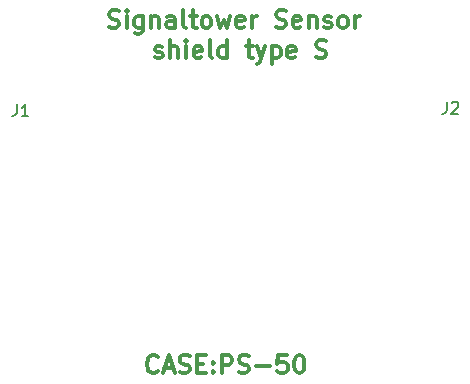
<source format=gbr>
G04 #@! TF.GenerationSoftware,KiCad,Pcbnew,(5.1.5)-3*
G04 #@! TF.CreationDate,2020-01-17T18:23:17+09:00*
G04 #@! TF.ProjectId,sig_sensor,7369675f-7365-46e7-936f-722e6b696361,rev?*
G04 #@! TF.SameCoordinates,Original*
G04 #@! TF.FileFunction,Legend,Top*
G04 #@! TF.FilePolarity,Positive*
%FSLAX46Y46*%
G04 Gerber Fmt 4.6, Leading zero omitted, Abs format (unit mm)*
G04 Created by KiCad (PCBNEW (5.1.5)-3) date 2020-01-17 18:23:17*
%MOMM*%
%LPD*%
G04 APERTURE LIST*
%ADD10C,0.300000*%
%ADD11C,0.150000*%
G04 APERTURE END LIST*
D10*
X147412000Y-98071714D02*
X147340571Y-98143142D01*
X147126285Y-98214571D01*
X146983428Y-98214571D01*
X146769142Y-98143142D01*
X146626285Y-98000285D01*
X146554857Y-97857428D01*
X146483428Y-97571714D01*
X146483428Y-97357428D01*
X146554857Y-97071714D01*
X146626285Y-96928857D01*
X146769142Y-96786000D01*
X146983428Y-96714571D01*
X147126285Y-96714571D01*
X147340571Y-96786000D01*
X147412000Y-96857428D01*
X147983428Y-97786000D02*
X148697714Y-97786000D01*
X147840571Y-98214571D02*
X148340571Y-96714571D01*
X148840571Y-98214571D01*
X149269142Y-98143142D02*
X149483428Y-98214571D01*
X149840571Y-98214571D01*
X149983428Y-98143142D01*
X150054857Y-98071714D01*
X150126285Y-97928857D01*
X150126285Y-97786000D01*
X150054857Y-97643142D01*
X149983428Y-97571714D01*
X149840571Y-97500285D01*
X149554857Y-97428857D01*
X149412000Y-97357428D01*
X149340571Y-97286000D01*
X149269142Y-97143142D01*
X149269142Y-97000285D01*
X149340571Y-96857428D01*
X149412000Y-96786000D01*
X149554857Y-96714571D01*
X149912000Y-96714571D01*
X150126285Y-96786000D01*
X150769142Y-97428857D02*
X151269142Y-97428857D01*
X151483428Y-98214571D02*
X150769142Y-98214571D01*
X150769142Y-96714571D01*
X151483428Y-96714571D01*
X152126285Y-98071714D02*
X152197714Y-98143142D01*
X152126285Y-98214571D01*
X152054857Y-98143142D01*
X152126285Y-98071714D01*
X152126285Y-98214571D01*
X152126285Y-97286000D02*
X152197714Y-97357428D01*
X152126285Y-97428857D01*
X152054857Y-97357428D01*
X152126285Y-97286000D01*
X152126285Y-97428857D01*
X152840571Y-98214571D02*
X152840571Y-96714571D01*
X153412000Y-96714571D01*
X153554857Y-96786000D01*
X153626285Y-96857428D01*
X153697714Y-97000285D01*
X153697714Y-97214571D01*
X153626285Y-97357428D01*
X153554857Y-97428857D01*
X153412000Y-97500285D01*
X152840571Y-97500285D01*
X154269142Y-98143142D02*
X154483428Y-98214571D01*
X154840571Y-98214571D01*
X154983428Y-98143142D01*
X155054857Y-98071714D01*
X155126285Y-97928857D01*
X155126285Y-97786000D01*
X155054857Y-97643142D01*
X154983428Y-97571714D01*
X154840571Y-97500285D01*
X154554857Y-97428857D01*
X154412000Y-97357428D01*
X154340571Y-97286000D01*
X154269142Y-97143142D01*
X154269142Y-97000285D01*
X154340571Y-96857428D01*
X154412000Y-96786000D01*
X154554857Y-96714571D01*
X154912000Y-96714571D01*
X155126285Y-96786000D01*
X155769142Y-97643142D02*
X156912000Y-97643142D01*
X158340571Y-96714571D02*
X157626285Y-96714571D01*
X157554857Y-97428857D01*
X157626285Y-97357428D01*
X157769142Y-97286000D01*
X158126285Y-97286000D01*
X158269142Y-97357428D01*
X158340571Y-97428857D01*
X158412000Y-97571714D01*
X158412000Y-97928857D01*
X158340571Y-98071714D01*
X158269142Y-98143142D01*
X158126285Y-98214571D01*
X157769142Y-98214571D01*
X157626285Y-98143142D01*
X157554857Y-98071714D01*
X159340571Y-96714571D02*
X159483428Y-96714571D01*
X159626285Y-96786000D01*
X159697714Y-96857428D01*
X159769142Y-97000285D01*
X159840571Y-97286000D01*
X159840571Y-97643142D01*
X159769142Y-97928857D01*
X159697714Y-98071714D01*
X159626285Y-98143142D01*
X159483428Y-98214571D01*
X159340571Y-98214571D01*
X159197714Y-98143142D01*
X159126285Y-98071714D01*
X159054857Y-97928857D01*
X158983428Y-97643142D01*
X158983428Y-97286000D01*
X159054857Y-97000285D01*
X159126285Y-96857428D01*
X159197714Y-96786000D01*
X159340571Y-96714571D01*
X143289142Y-68928142D02*
X143503428Y-68999571D01*
X143860571Y-68999571D01*
X144003428Y-68928142D01*
X144074857Y-68856714D01*
X144146285Y-68713857D01*
X144146285Y-68571000D01*
X144074857Y-68428142D01*
X144003428Y-68356714D01*
X143860571Y-68285285D01*
X143574857Y-68213857D01*
X143432000Y-68142428D01*
X143360571Y-68071000D01*
X143289142Y-67928142D01*
X143289142Y-67785285D01*
X143360571Y-67642428D01*
X143432000Y-67571000D01*
X143574857Y-67499571D01*
X143932000Y-67499571D01*
X144146285Y-67571000D01*
X144789142Y-68999571D02*
X144789142Y-67999571D01*
X144789142Y-67499571D02*
X144717714Y-67571000D01*
X144789142Y-67642428D01*
X144860571Y-67571000D01*
X144789142Y-67499571D01*
X144789142Y-67642428D01*
X146146285Y-67999571D02*
X146146285Y-69213857D01*
X146074857Y-69356714D01*
X146003428Y-69428142D01*
X145860571Y-69499571D01*
X145646285Y-69499571D01*
X145503428Y-69428142D01*
X146146285Y-68928142D02*
X146003428Y-68999571D01*
X145717714Y-68999571D01*
X145574857Y-68928142D01*
X145503428Y-68856714D01*
X145432000Y-68713857D01*
X145432000Y-68285285D01*
X145503428Y-68142428D01*
X145574857Y-68071000D01*
X145717714Y-67999571D01*
X146003428Y-67999571D01*
X146146285Y-68071000D01*
X146860571Y-67999571D02*
X146860571Y-68999571D01*
X146860571Y-68142428D02*
X146932000Y-68071000D01*
X147074857Y-67999571D01*
X147289142Y-67999571D01*
X147432000Y-68071000D01*
X147503428Y-68213857D01*
X147503428Y-68999571D01*
X148860571Y-68999571D02*
X148860571Y-68213857D01*
X148789142Y-68071000D01*
X148646285Y-67999571D01*
X148360571Y-67999571D01*
X148217714Y-68071000D01*
X148860571Y-68928142D02*
X148717714Y-68999571D01*
X148360571Y-68999571D01*
X148217714Y-68928142D01*
X148146285Y-68785285D01*
X148146285Y-68642428D01*
X148217714Y-68499571D01*
X148360571Y-68428142D01*
X148717714Y-68428142D01*
X148860571Y-68356714D01*
X149789142Y-68999571D02*
X149646285Y-68928142D01*
X149574857Y-68785285D01*
X149574857Y-67499571D01*
X150146285Y-67999571D02*
X150717714Y-67999571D01*
X150360571Y-67499571D02*
X150360571Y-68785285D01*
X150432000Y-68928142D01*
X150574857Y-68999571D01*
X150717714Y-68999571D01*
X151432000Y-68999571D02*
X151289142Y-68928142D01*
X151217714Y-68856714D01*
X151146285Y-68713857D01*
X151146285Y-68285285D01*
X151217714Y-68142428D01*
X151289142Y-68071000D01*
X151432000Y-67999571D01*
X151646285Y-67999571D01*
X151789142Y-68071000D01*
X151860571Y-68142428D01*
X151932000Y-68285285D01*
X151932000Y-68713857D01*
X151860571Y-68856714D01*
X151789142Y-68928142D01*
X151646285Y-68999571D01*
X151432000Y-68999571D01*
X152432000Y-67999571D02*
X152717714Y-68999571D01*
X153003428Y-68285285D01*
X153289142Y-68999571D01*
X153574857Y-67999571D01*
X154717714Y-68928142D02*
X154574857Y-68999571D01*
X154289142Y-68999571D01*
X154146285Y-68928142D01*
X154074857Y-68785285D01*
X154074857Y-68213857D01*
X154146285Y-68071000D01*
X154289142Y-67999571D01*
X154574857Y-67999571D01*
X154717714Y-68071000D01*
X154789142Y-68213857D01*
X154789142Y-68356714D01*
X154074857Y-68499571D01*
X155432000Y-68999571D02*
X155432000Y-67999571D01*
X155432000Y-68285285D02*
X155503428Y-68142428D01*
X155574857Y-68071000D01*
X155717714Y-67999571D01*
X155860571Y-67999571D01*
X157432000Y-68928142D02*
X157646285Y-68999571D01*
X158003428Y-68999571D01*
X158146285Y-68928142D01*
X158217714Y-68856714D01*
X158289142Y-68713857D01*
X158289142Y-68571000D01*
X158217714Y-68428142D01*
X158146285Y-68356714D01*
X158003428Y-68285285D01*
X157717714Y-68213857D01*
X157574857Y-68142428D01*
X157503428Y-68071000D01*
X157432000Y-67928142D01*
X157432000Y-67785285D01*
X157503428Y-67642428D01*
X157574857Y-67571000D01*
X157717714Y-67499571D01*
X158074857Y-67499571D01*
X158289142Y-67571000D01*
X159503428Y-68928142D02*
X159360571Y-68999571D01*
X159074857Y-68999571D01*
X158932000Y-68928142D01*
X158860571Y-68785285D01*
X158860571Y-68213857D01*
X158932000Y-68071000D01*
X159074857Y-67999571D01*
X159360571Y-67999571D01*
X159503428Y-68071000D01*
X159574857Y-68213857D01*
X159574857Y-68356714D01*
X158860571Y-68499571D01*
X160217714Y-67999571D02*
X160217714Y-68999571D01*
X160217714Y-68142428D02*
X160289142Y-68071000D01*
X160432000Y-67999571D01*
X160646285Y-67999571D01*
X160789142Y-68071000D01*
X160860571Y-68213857D01*
X160860571Y-68999571D01*
X161503428Y-68928142D02*
X161646285Y-68999571D01*
X161932000Y-68999571D01*
X162074857Y-68928142D01*
X162146285Y-68785285D01*
X162146285Y-68713857D01*
X162074857Y-68571000D01*
X161932000Y-68499571D01*
X161717714Y-68499571D01*
X161574857Y-68428142D01*
X161503428Y-68285285D01*
X161503428Y-68213857D01*
X161574857Y-68071000D01*
X161717714Y-67999571D01*
X161932000Y-67999571D01*
X162074857Y-68071000D01*
X163003428Y-68999571D02*
X162860571Y-68928142D01*
X162789142Y-68856714D01*
X162717714Y-68713857D01*
X162717714Y-68285285D01*
X162789142Y-68142428D01*
X162860571Y-68071000D01*
X163003428Y-67999571D01*
X163217714Y-67999571D01*
X163360571Y-68071000D01*
X163432000Y-68142428D01*
X163503428Y-68285285D01*
X163503428Y-68713857D01*
X163432000Y-68856714D01*
X163360571Y-68928142D01*
X163217714Y-68999571D01*
X163003428Y-68999571D01*
X164146285Y-68999571D02*
X164146285Y-67999571D01*
X164146285Y-68285285D02*
X164217714Y-68142428D01*
X164289142Y-68071000D01*
X164432000Y-67999571D01*
X164574857Y-67999571D01*
X147182000Y-71478142D02*
X147324857Y-71549571D01*
X147610571Y-71549571D01*
X147753428Y-71478142D01*
X147824857Y-71335285D01*
X147824857Y-71263857D01*
X147753428Y-71121000D01*
X147610571Y-71049571D01*
X147396285Y-71049571D01*
X147253428Y-70978142D01*
X147182000Y-70835285D01*
X147182000Y-70763857D01*
X147253428Y-70621000D01*
X147396285Y-70549571D01*
X147610571Y-70549571D01*
X147753428Y-70621000D01*
X148467714Y-71549571D02*
X148467714Y-70049571D01*
X149110571Y-71549571D02*
X149110571Y-70763857D01*
X149039142Y-70621000D01*
X148896285Y-70549571D01*
X148682000Y-70549571D01*
X148539142Y-70621000D01*
X148467714Y-70692428D01*
X149824857Y-71549571D02*
X149824857Y-70549571D01*
X149824857Y-70049571D02*
X149753428Y-70121000D01*
X149824857Y-70192428D01*
X149896285Y-70121000D01*
X149824857Y-70049571D01*
X149824857Y-70192428D01*
X151110571Y-71478142D02*
X150967714Y-71549571D01*
X150682000Y-71549571D01*
X150539142Y-71478142D01*
X150467714Y-71335285D01*
X150467714Y-70763857D01*
X150539142Y-70621000D01*
X150682000Y-70549571D01*
X150967714Y-70549571D01*
X151110571Y-70621000D01*
X151182000Y-70763857D01*
X151182000Y-70906714D01*
X150467714Y-71049571D01*
X152039142Y-71549571D02*
X151896285Y-71478142D01*
X151824857Y-71335285D01*
X151824857Y-70049571D01*
X153253428Y-71549571D02*
X153253428Y-70049571D01*
X153253428Y-71478142D02*
X153110571Y-71549571D01*
X152824857Y-71549571D01*
X152682000Y-71478142D01*
X152610571Y-71406714D01*
X152539142Y-71263857D01*
X152539142Y-70835285D01*
X152610571Y-70692428D01*
X152682000Y-70621000D01*
X152824857Y-70549571D01*
X153110571Y-70549571D01*
X153253428Y-70621000D01*
X154896285Y-70549571D02*
X155467714Y-70549571D01*
X155110571Y-70049571D02*
X155110571Y-71335285D01*
X155182000Y-71478142D01*
X155324857Y-71549571D01*
X155467714Y-71549571D01*
X155824857Y-70549571D02*
X156182000Y-71549571D01*
X156539142Y-70549571D02*
X156182000Y-71549571D01*
X156039142Y-71906714D01*
X155967714Y-71978142D01*
X155824857Y-72049571D01*
X157110571Y-70549571D02*
X157110571Y-72049571D01*
X157110571Y-70621000D02*
X157253428Y-70549571D01*
X157539142Y-70549571D01*
X157682000Y-70621000D01*
X157753428Y-70692428D01*
X157824857Y-70835285D01*
X157824857Y-71263857D01*
X157753428Y-71406714D01*
X157682000Y-71478142D01*
X157539142Y-71549571D01*
X157253428Y-71549571D01*
X157110571Y-71478142D01*
X159039142Y-71478142D02*
X158896285Y-71549571D01*
X158610571Y-71549571D01*
X158467714Y-71478142D01*
X158396285Y-71335285D01*
X158396285Y-70763857D01*
X158467714Y-70621000D01*
X158610571Y-70549571D01*
X158896285Y-70549571D01*
X159039142Y-70621000D01*
X159110571Y-70763857D01*
X159110571Y-70906714D01*
X158396285Y-71049571D01*
X160824857Y-71478142D02*
X161039142Y-71549571D01*
X161396285Y-71549571D01*
X161539142Y-71478142D01*
X161610571Y-71406714D01*
X161681999Y-71263857D01*
X161681999Y-71121000D01*
X161610571Y-70978142D01*
X161539142Y-70906714D01*
X161396285Y-70835285D01*
X161110571Y-70763857D01*
X160967714Y-70692428D01*
X160896285Y-70621000D01*
X160824857Y-70478142D01*
X160824857Y-70335285D01*
X160896285Y-70192428D01*
X160967714Y-70121000D01*
X161110571Y-70049571D01*
X161467714Y-70049571D01*
X161681999Y-70121000D01*
D11*
X135466666Y-75452380D02*
X135466666Y-76166666D01*
X135419047Y-76309523D01*
X135323809Y-76404761D01*
X135180952Y-76452380D01*
X135085714Y-76452380D01*
X136466666Y-76452380D02*
X135895238Y-76452380D01*
X136180952Y-76452380D02*
X136180952Y-75452380D01*
X136085714Y-75595238D01*
X135990476Y-75690476D01*
X135895238Y-75738095D01*
X171866666Y-75252380D02*
X171866666Y-75966666D01*
X171819047Y-76109523D01*
X171723809Y-76204761D01*
X171580952Y-76252380D01*
X171485714Y-76252380D01*
X172295238Y-75347619D02*
X172342857Y-75300000D01*
X172438095Y-75252380D01*
X172676190Y-75252380D01*
X172771428Y-75300000D01*
X172819047Y-75347619D01*
X172866666Y-75442857D01*
X172866666Y-75538095D01*
X172819047Y-75680952D01*
X172247619Y-76252380D01*
X172866666Y-76252380D01*
M02*

</source>
